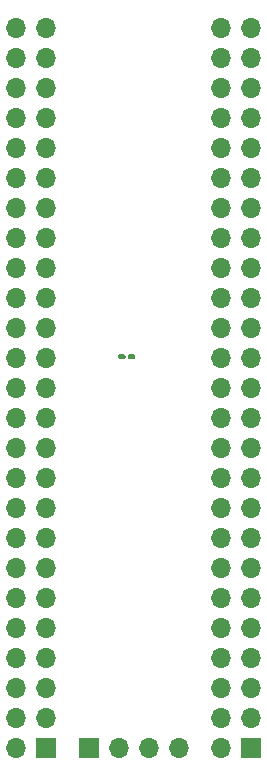
<source format=gbr>
%TF.GenerationSoftware,KiCad,Pcbnew,(5.1.9)-1*%
%TF.CreationDate,2021-07-31T16:05:11-05:00*%
%TF.ProjectId,SCSI Interface Card,53435349-2049-46e7-9465-726661636520,rev?*%
%TF.SameCoordinates,Original*%
%TF.FileFunction,Soldermask,Top*%
%TF.FilePolarity,Negative*%
%FSLAX46Y46*%
G04 Gerber Fmt 4.6, Leading zero omitted, Abs format (unit mm)*
G04 Created by KiCad (PCBNEW (5.1.9)-1) date 2021-07-31 16:05:11*
%MOMM*%
%LPD*%
G01*
G04 APERTURE LIST*
%ADD10O,1.700000X1.700000*%
%ADD11R,1.700000X1.700000*%
G04 APERTURE END LIST*
%TO.C,TRM PWR*%
G36*
G01*
X149439800Y-68957520D02*
X149439800Y-69157520D01*
G75*
G02*
X149339800Y-69257520I-100000J0D01*
G01*
X148904800Y-69257520D01*
G75*
G02*
X148804800Y-69157520I0J100000D01*
G01*
X148804800Y-68957520D01*
G75*
G02*
X148904800Y-68857520I100000J0D01*
G01*
X149339800Y-68857520D01*
G75*
G02*
X149439800Y-68957520I0J-100000D01*
G01*
G37*
G36*
G01*
X150254800Y-68957520D02*
X150254800Y-69157520D01*
G75*
G02*
X150154800Y-69257520I-100000J0D01*
G01*
X149719800Y-69257520D01*
G75*
G02*
X149619800Y-69157520I0J100000D01*
G01*
X149619800Y-68957520D01*
G75*
G02*
X149719800Y-68857520I100000J0D01*
G01*
X150154800Y-68857520D01*
G75*
G02*
X150254800Y-68957520I0J-100000D01*
G01*
G37*
%TD*%
D10*
%TO.C,SCSI1*%
X157546040Y-41259760D03*
X160086040Y-41259760D03*
X157546040Y-43799760D03*
X160086040Y-43799760D03*
X157546040Y-46339760D03*
X160086040Y-46339760D03*
X157546040Y-48879760D03*
X160086040Y-48879760D03*
X157546040Y-51419760D03*
X160086040Y-51419760D03*
X157546040Y-53959760D03*
X160086040Y-53959760D03*
X157546040Y-56499760D03*
X160086040Y-56499760D03*
X157546040Y-59039760D03*
X160086040Y-59039760D03*
X157546040Y-61579760D03*
X160086040Y-61579760D03*
X157546040Y-64119760D03*
X160086040Y-64119760D03*
X157546040Y-66659760D03*
X160086040Y-66659760D03*
X157546040Y-69199760D03*
X160086040Y-69199760D03*
X157546040Y-71739760D03*
X160086040Y-71739760D03*
X157546040Y-74279760D03*
X160086040Y-74279760D03*
X157546040Y-76819760D03*
X160086040Y-76819760D03*
X157546040Y-79359760D03*
X160086040Y-79359760D03*
X157546040Y-81899760D03*
X160086040Y-81899760D03*
X157546040Y-84439760D03*
X160086040Y-84439760D03*
X157546040Y-86979760D03*
X160086040Y-86979760D03*
X157546040Y-89519760D03*
X160086040Y-89519760D03*
X157546040Y-92059760D03*
X160086040Y-92059760D03*
X157546040Y-94599760D03*
X160086040Y-94599760D03*
X157546040Y-97139760D03*
X160086040Y-97139760D03*
X157546040Y-99679760D03*
X160086040Y-99679760D03*
X157546040Y-102219760D03*
D11*
X160086040Y-102219760D03*
%TD*%
D10*
%TO.C,PWR1*%
X153959560Y-102219760D03*
X151419560Y-102219760D03*
X148879560Y-102219760D03*
D11*
X146339560Y-102219760D03*
%TD*%
D10*
%TO.C,FMT1*%
X140202920Y-41259760D03*
X142742920Y-41259760D03*
X140202920Y-43799760D03*
X142742920Y-43799760D03*
X140202920Y-46339760D03*
X142742920Y-46339760D03*
X140202920Y-48879760D03*
X142742920Y-48879760D03*
X140202920Y-51419760D03*
X142742920Y-51419760D03*
X140202920Y-53959760D03*
X142742920Y-53959760D03*
X140202920Y-56499760D03*
X142742920Y-56499760D03*
X140202920Y-59039760D03*
X142742920Y-59039760D03*
X140202920Y-61579760D03*
X142742920Y-61579760D03*
X140202920Y-64119760D03*
X142742920Y-64119760D03*
X140202920Y-66659760D03*
X142742920Y-66659760D03*
X140202920Y-69199760D03*
X142742920Y-69199760D03*
X140202920Y-71739760D03*
X142742920Y-71739760D03*
X140202920Y-74279760D03*
X142742920Y-74279760D03*
X140202920Y-76819760D03*
X142742920Y-76819760D03*
X140202920Y-79359760D03*
X142742920Y-79359760D03*
X140202920Y-81899760D03*
X142742920Y-81899760D03*
X140202920Y-84439760D03*
X142742920Y-84439760D03*
X140202920Y-86979760D03*
X142742920Y-86979760D03*
X140202920Y-89519760D03*
X142742920Y-89519760D03*
X140202920Y-92059760D03*
X142742920Y-92059760D03*
X140202920Y-94599760D03*
X142742920Y-94599760D03*
X140202920Y-97139760D03*
X142742920Y-97139760D03*
X140202920Y-99679760D03*
X142742920Y-99679760D03*
X140202920Y-102219760D03*
D11*
X142742920Y-102219760D03*
%TD*%
M02*

</source>
